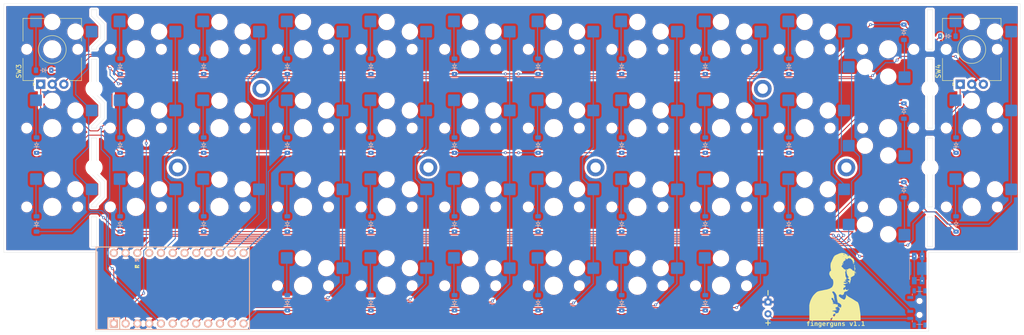
<source format=kicad_pcb>
(kicad_pcb (version 20241229) (generator "pcbnew") (generator_version "9.0")
  (layers (0 "F.Cu" signal) (2 "B.Cu" signal) (13 "F.Paste" user) (15 "B.Paste" user) (5 "F.SilkS" user "F.Silkscreen") (7 "B.SilkS" user "B.Silkscreen") (1 "F.Mask" user) (3 "B.Mask" user) (25 "Edge.Cuts" user))
  (net 0 "")
  (net 1 "Net-(D1-A)")
  (net 2 "row0")
  (net 3 "Net-(D2-A)")
  (net 4 "Net-(D3-A)")
  (net 5 "Net-(D4-A)")
  (net 6 "Net-(D5-A)")
  (net 7 "Net-(D6-A)")
  (net 8 "Net-(D7-A)")
  (net 9 "Net-(D8-A)")
  (net 10 "Net-(D9-A)")
  (net 11 "Net-(D10-A)")
  (net 12 "Net-(D11-A)")
  (net 13 "Net-(D12-A)")
  (net 14 "row1")
  (net 15 "Net-(D13-A)")
  (net 16 "Net-(D14-A)")
  (net 17 "Net-(D15-A)")
  (net 18 "Net-(D16-A)")
  (net 19 "Net-(D17-A)")
  (net 20 "Net-(D18-A)")
  (net 21 "Net-(D19-A)")
  (net 22 "Net-(D20-A)")
  (net 23 "Net-(D21-A)")
  (net 24 "Net-(D22-A)")
  (net 25 "Net-(D23-A)")
  (net 26 "Net-(D24-A)")
  (net 27 "Net-(D25-A)")
  (net 28 "row2")
  (net 29 "Net-(D26-A)")
  (net 30 "Net-(D27-A)")
  (net 31 "Net-(D28-A)")
  (net 32 "Net-(D29-A)")
  (net 33 "Net-(D30-A)")
  (net 34 "Net-(D31-A)")
  (net 35 "Net-(D32-A)")
  (net 36 "Net-(D33-A)")
  (net 37 "Net-(D34-A)")
  (net 38 "Net-(D35-A)")
  (net 39 "Net-(D36-A)")
  (net 40 "Net-(D37-A)")
  (net 41 "row3")
  (net 42 "col0")
  (net 43 "col1")
  (net 44 "col2")
  (net 45 "col3")
  (net 46 "col4")
  (net 47 "col5")
  (net 48 "col6")
  (net 49 "col7")
  (net 50 "col8")
  (net 51 "col9")
  (net 52 "col10")
  (net 53 "col11")
  (net 54 "Net-(BT1-+)")
  (net 55 "RST")
  (net 56 "rotary0")
  (net 57 "rotary1")
  (net 59 "Net-(D38-A)")
  (net 60 "Net-(D39-A)")
  (net 61 "Net-(D40-A)")
  (net 62 "Net-(D41-A)")
  (net 63 "Net-(D42-A)")
  (net 64 "GND")
  (net 66 "RAW")
  (footprint "ScottoKeebs_Hotswap:Hotswap_Choc_V1_1.00u no silkscreen" (layer "F.Cu") (at 108 51)
    (property "Reference" "S4" (hide yes))
    (property "Value" "Keyswitch")
  )
  (footprint "ScottoKeebs_Hotswap:Hotswap_Choc_V1_1.00u no silkscreen" (layer "F.Cu") (at 162 102)
    (property "Reference" "S40" (hide yes))
    (property "Value" "Keyswitch")
  )
  (footprint "ScottoKeebs_Hotswap:Hotswap_Choc_V1_1.00u no silkscreen" (layer "F.Cu") (at 54 51)
    (property "Reference" "S1" (hide yes))
    (property "Value" "Keyswitch")
  )
  (footprint "ScottoKeebs_Hotswap:Hotswap_Choc_V1_1.00u no silkscreen" (layer "F.Cu") (at 162 51)
    (property "Reference" "S7" (hide yes))
    (property "Value" "Keyswitch")
  )
  (footprint "ScottoKeebs_Hotswap:Hotswap_Choc_V1_1.00u no silkscreen" (layer "F.Cu") (at 54 85)
    (property "Reference" "S25" (hide yes))
    (property "Value" "Keyswitch")
  )
  (footprint "MountingHole:MountingHole_2.2mm_M2_DIN965_Pad_TopBottom" (layer "F.Cu") (at 81 76.5)
    (property "Reference" "H1" (hide yes))
    (property "Value" "Mounting_Hole" (hide yes))
  )
  (footprint "ScottoKeebs_Scotto:Battery" (layer "F.Cu") (at 208.125 106.78125 90)
    (property "Reference" "BT1" (hide yes))
    (property "Value" "Battery_Cell" (hide yes))
  )
  (footprint "ScottoKeebs_Hotswap:Hotswap_Choc_V1_1.00u no silkscreen" (layer "F.Cu") (at 108 102)
    (property "Reference" "S37" (hide yes))
    (property "Value" "Keyswitch")
  )
  (footprint "MountingHole:MountingHole_2.2mm_M2_DIN965_Pad_TopBottom" (layer "F.Cu") (at 207 59.5)
    (property "Reference" "H5" (hide yes))
    (property "Value" "Mounting_Hole" (hide yes))
  )
  (footprint "ScottoKeebs_Hotswap:Hotswap_Choc_V1_1.00u no silkscreen" (layer "F.Cu") (at 180 85)
    (property "Reference" "S32" (hide yes))
    (property "Value" "Keyswitch")
  )
  (footprint "ScottoKeebs_Hotswap:Hotswap_Choc_V1_1.00u no silkscreen" (layer "F.Cu") (at 144 68)
    (property "Reference" "S18" (hide yes))
    (property "Value" "Keyswitch")
  )
  (footprint "ScottoKeebs_Hotswap:Hotswap_Choc_V1_1.00u no silkscreen" (layer "F.Cu") (at 108 68)
    (property "Reference" "S16" (hide yes))
    (property "Value" "Keyswitch")
  )
  (footprint "ScottoKeebs_Hotswap:Hotswap_Choc_V1_1.00u no silkscreen" (layer "F.Cu") (at 216 68)
    (property "Reference" "S22" (hide yes))
    (property "Value" "Keyswitch")
  )
  (footprint "ScottoKeebs_Hotswap:Hotswap_Choc_V1_1.00u no silkscreen" (layer "F.Cu") (at 162 85)
    (property "Reference" "S31" (hide yes))
    (property "Value" "Keyswitch")
  )
  (footprint "ScottoKeebs_Hotswap:Hotswap_Choc_V1_1.00u no silkscreen" (layer "F.Cu") (at 252 85)
    (property "Reference" "S36" (hide yes))
    (property "Value" "Keyswitch")
  )
  (footprint "MountingHole:MountingHole_2.2mm_M2_DIN965_Pad_TopBottom" (layer "F.Cu") (at 99 59.5)
    (property "Reference" "H2" (hide yes))
    (property "Value" "Mounting_Hole" (hide yes))
  )
  (footprint "ScottoKeebs_Hotswap:Hotswap_Choc_V1_1.00u no silkscreen" (layer "F.Cu") (at 90 51)
    (property "Reference" "S3" (hide yes))
    (property "Value" "Keyswitch")
  )
  (footprint "MountingHole:MountingHole_2.2mm_M2_DIN965_Pad_TopBottom" (layer "F.Cu") (at 225 76.5)
    (property "Reference" "H6" (hide yes))
    (property "Value" "Mounting_Hole" (hide yes))
  )
  (footprint "Rotary_Encoder:RotaryEncoder_Alps_EC12E_Vertical_H20mm" (layer "F.Cu") (at 249.5 58.55 90)
    (property "Reference" "SW4")
    (property "Value" "RotaryEncoder")
  )
  (footprint "MountingHole:MountingHole_3.2mm_M3" (layer "F.Cu") (at 63 59.5)
    (property "Reference" "H7" (hide yes))
    (property "Value" "Mounting_Hole")
  )
  (footprint "ScottoKeebs_Hotswap:Hotswap_Choc_V1_1.00u no silkscreen" (layer "F.Cu") (at 234 51 180)
    (property "Reference" "S11" (hide yes))
    (property "Value" "Keyswitch")
  )
  (footprint "ScottoKeebs_Hotswap:Hotswap_Choc_V1_1.00u no silkscreen" (layer "F.Cu") (at 72 51)
    (property "Reference" "S2" (hide yes))
    (property "Value" "Keyswitch")
  )
  (footprint "Rotary_Encoder:RotaryEncoder_Alps_EC12E_Vertical_H20mm" (layer "F.Cu") (at 51.5 58.55 90)
    (property "Reference" "SW3")
    (property "Value" "RotaryEncoder")
  )
  (footprint "MountingHole:MountingHole_3.2mm_M3" (layer "F.Cu") (at 63 76.5)
    (property "Reference" "H8" (hide yes))
    (property "Value" "Mounting_Hole")
  )
  (footprint "ScottoKeebs_Hotswap:Hotswap_Choc_V1_1.00u no silkscreen" (layer "F.Cu") (at 180 68)
    (property "Reference" "S20" (hide yes))
    (property "Value" "Keyswitch")
  )
  (footprint "ScottoKeebs_Hotswap:Hotswap_Choc_V1_1.00u no silkscreen" (layer "F.Cu") (at 126 68)
    (property "Reference" "S17" (hide yes))
    (property "Value" "Keyswitch")
  )
  (footprint "ScottoKeebs_Hotswap:Hotswap_Choc_V1_1.00u no silkscreen" (layer "F.Cu") (at 198 51)
    (property "Reference" "S9" (hide yes))
    (property "Value" "Keyswitch")
  )
  (footprint "ScottoKeebs_Hotswap:Hotswap_Choc_V1_1.00u no silkscreen" (layer "F.Cu") (at 216 85)
    (property "Reference" "S34" (hide yes))
    (property "Value" "Keyswitch")
  )
  (footprint "MountingHole:MountingHole_3.2mm_M3" (layer "F.Cu") (at 243 59.5)
    (property "Reference" "H9" (hide yes))
    (property "Value" "Mounting_Hole")
  )
  (footprint "MountingHole:MountingHole_3.2mm_M3" (layer "F.Cu") (at 243 76.5)
    (property "Reference" "H10" (hide yes))
    (property "Value" "Mounting_Hole")
  )
  (footprint "ScottoKeebs_Hotswap:Hotswap_Choc_V1_1.00u no silkscreen" (layer "F.Cu") (at 234 68 180)
    (property "Reference" "S23" (hide yes))
    (property "Value" "Keyswitch")
  )
  (footprint "ScottoKeebs_Hotswap:Hotswap_Choc_V1_1.00u no silkscreen" (layer "F.Cu") (at 198 102)
    (property "Reference" "S42" (hide yes))
    (property "Value" "Keyswitch")
  )
  (footprint "MountingHole:MountingHole_2.2mm_M2_DIN965_Pad_TopBottom" (layer "F.Cu") (at 135 76.5)
    (property "Reference" "H3" (hide yes))
    (property "Value" "Mounting_Hole" (hide yes))
  )
  (footprint "ScottoKeebs_Hotswap:Hotswap_Choc_V1_1.00u no silkscreen" (layer "F.Cu") (at 126 85)
    (property "Reference" "S29" (hide yes))
    (property "Value" "Keyswitch")
  )
  (footprint "ScottoKeebs_Hotswap:Hotswap_Choc_V1_1.00u no silkscreen" (layer "F.Cu") (at 216 51)
    (property "Reference" "S10" (hide yes))
    (property "Value" "Keyswitch")
  )
  (footprint "MountingHole:MountingHole_2.2mm_M2_DIN965_Pad_TopBottom" (layer "F.Cu") (at 171 76.5)
    (property "Reference" "H4" (hide yes))
    (property "Value" "Mounting_Hole" (hide yes))
  )
  (footprint "ScottoKeebs_Hotswap:Hotswap_Choc_V1_1.00u no silkscreen" (layer "F.Cu") (at 252 68)
    (property "Reference" "S24" (hide yes))
    (property "Value" "Keyswitch")
  )
  (footprint "ScottoKeebs_Hotswap:Hotswap_Choc_V1_1.00u no silkscreen" (layer "F.Cu") (at 126 102)
    (property "Reference" "S38" (hide yes))
    (property "Value" "Keyswitch")
  )
  (footprint "ScottoKeebs_Hotswap:Hotswap_Choc_V1_1.00u no silkscreen" (layer "F.Cu") (at 144 85)
    (property "Reference" "S30" (hide yes))
    (property "Value" "Keyswitch")
  )
  (footprint "ScottoKeebs_Hotswap:Hotswap_Choc_V1_1.00u no silkscreen" (layer "F.Cu") (at 252 51)
    (property "Reference" "S12" (hide yes))
    (property "Value" "Keyswitch")
  )
  (footprint "ScottoKeebs_Hotswap:Hotswap_Choc_V1_1.00u no silkscreen" (layer "F.Cu") (at 144 102)
    (property "Reference" "S39" (hide yes))
    (property "Value" "Keyswitch")
  )
  (footprint "ScottoKeebs_Hotswap:Hotswap_Choc_V1_1.00u no silkscreen" (layer "F.Cu") (at 144 51)
    (property "Reference" "S6" (hide yes))
    (property "Value" "Keyswitch")
  )
  (footprint "ScottoKeebs_Hotswap:Hotswap_Choc_V1_1.00u no silkscreen" (layer "F.Cu") (at 108 85)
    (property "Reference" "S28" (hide yes))
    (property "Value" "Keyswitch")
  )
  (footprint "ScottoKeebs_Hotswap:Hotswap_Choc_V1_1.00u no silkscreen" (layer "F.Cu") (at 180 51)
    (property "Reference" "S8" (hide yes))
    (property "Value" "Keyswitch")
  )
  (footprint "ScottoKeebs_Hotswap:Hotswap_Choc_V1_1.00u no silkscreen" (layer "F.Cu") (at 162 68)
    (property "Reference" "S19" (hide yes))
    (property "Value" "Keyswitch")
  )
  (footprint "ScottoKeebs_Hotswap:Hotswap_Choc_V1_1.00u no silkscreen" (layer "F.Cu") (at 180 102)
    (property "Reference" "S41" (hide yes))
    (property "Value" "Keyswitch")
  )
  (footprint "SilkscreenImages:kicad_finger_guns" (layer "F.Cu") (at 223.875 102)
    (property "Reference" "G***" (hide yes))
    (property "Value" "LOGO" (hide yes))
  )
  (footprint "ScottoKeebs_MCU:Arduino_Pro_Micro" (layer "F.Cu") (at 81.22313 102.53125 90)
    (property "Reference" "U1" (hide yes))
    (property "Value" "Arduino_Pro_Micro" (hide yes))
  )
  (footprint "ScottoKeebs_Hotswap:Hotswap_Choc_V1_1.00u no silkscreen" (layer "F.Cu") (at 198 85)
    (property "Reference" "S33" (hide yes))
    (property "Value" "Keyswitch")
  )
  (footprint "ScottoKeebs_Hotswap:Hotswap_Choc_V1_1.00u no silkscreen" (layer "F.Cu") (at 126 51)
    (property "Reference" "S5" (hide yes))
    (property "Value" "Keyswitch")
  )
  (footprint "ScottoKeebs_Hotswap:Hotswap_Choc_V1_1.00u no silkscreen" (layer "F.Cu") (at 90 68)
    (property "Reference" "S15" (hide yes))
    (property "Value" "Keyswitch")
  )
  (footprint "ScottoKeebs_Hotswap:Hotswap_Choc_V1_1.00u no silkscreen" (layer "F.Cu") (at 72 68)
    (property "Reference" "S14" (hide yes))
    (property "Value" "Keyswitch")
  )
  (footprint "ScottoKeebs_Hotswap:Hotswap_Choc_V1_1.00u no silkscreen" (layer "F.Cu") (at 90 85)
    (property "Reference" "S27" (hide yes))
    (property "Value" "Keyswitch")
  )
  (footprint "ScottoKeebs_Hotswap:Hotswap_Choc_V1_1.00u no silkscreen" (layer "F.Cu") (at 72 85)
    (property "Reference" "S26" (hide yes))
    (property "Value" "Keyswitch")
  )
  (footprint "ScottoKeebs_Hotswap:Hotswap_Choc_V1_1.00u no silkscreen" (layer "F.Cu") (at 54 68)
    (property "Reference" "S13" (hide yes))
    (property "Value" "Keyswitch")
  )
  (footprint "ScottoKeebs_Hotswap:Hotswap_Choc_V1_1.00u no silkscreen" (layer "F.Cu") (at 234 85 180)
    (property "Reference" "S35" (hide yes))
    (property "Value" "Keyswitch")
  )
  (footprint "ScottoKeebs_Hotswap:Hotswap_Choc_V1_1.00u no silkscreen" (layer "F.Cu") (at 198 68)
    (property "Reference" "S21" (hide yes))
    (property "Value" "Keyswitch")
  )
  (footprint "ScottoKeebs_Components:Diode_SOD-123" (layer "B.Cu") (at 140.618187 71.672314 90)
    (property "Reference" "D18" (hide yes))
    (property "Value" "Diode" (hide yes))
  )
  (footprint "ScottoKeebs_Components:Diode_SOD-123" (layer "B.Cu") (at 212.618187 88.672314 90)
    (property "Reference" "D34" (hide yes))
    (property "Value" "Diode" (hide yes))
  )
  (footprint "ScottoKeebs_Components:Diode_SOD-123" (layer "B.Cu") (at 212.618187 71.672314 90)
    (property "Reference" "D22" (hide yes))
    (property "Value" "Diode" (hide yes))
  )
  (footprint "ScottoKeebs_Components:Diode_SOD-123" (layer "B.Cu") (at 237.381813 64.327686 -90)
    (property "Reference" "D23" (hide yes))
    (property "Value" "Diode" (hide yes))
  )
  (footprint "ScottoKeebs_Components:Diode_SOD-123" (layer "B.Cu") (at 158.618187 71.672314 90)
    (property "Reference" "D19" (hide yes))
    (property "Value" "Diode" (hide yes))
  )
  (footprint "ScottoKeebs_Components:Diode_SOD-123" (layer "B.Cu") (at 158.618187 54.672314 90)
    (property "Reference" "D7" (hide yes))
    (property "Value" "Diode" (hide yes))
  )
  (footprint "ScottoKeebs_Components:Diode_SOD-123" (layer "B.Cu") (at 176.618187 105.672314 90)
    (property "Reference" "D41" (hide yes))
    (property "Value" "Diode" (hide yes))
  )
  (footprint "ScottoKeebs_Components:Diode_SOD-123" (layer "B.Cu") (at 50.618187 88.672314 90)
    (property "Reference" "D25" (hide yes))
    (property "Value" "Diode" (hide yes))
  )
  (footprint "ScottoKeebs_Components:Diode_SOD-123" (layer "B.Cu") (at 104.618187 54.672314 90)
    (property "Reference" "D4" (hide yes))
    (property "Value" "Diode" (hide yes))
  )
  (footprint "ScottoKeebs_Components:Diode_SOD-123" (layer "B.Cu") (at 194.618187 105.672314 90)
    (property "Reference" "D42" (hide yes))
    (property "Value" "Diode" (hide yes))
  )
  (footprint "ScottoKeebs_Components:Diode_SOD-123" (layer "B.Cu") (at 68.618187 88.672314 90)
    (property "Reference" "D26" (hide yes))
    (property "Value" "Diode" (hide yes))
  )
  (footprint "ScottoKeebs_Components:Diode_SOD-123" (layer "B.Cu") (at 104.618187 88.672314 90)
    (property "Reference" "D28" (hide yes))
    (property "Value" "Diode" (hide yes))
  )
  (footprint "ScottoKeebs_Components:Diode_SOD-123" (layer "B.Cu") (at 176.618187 88.672314 90)
    (property "Reference" "D32" (hide yes))
    (property "Value" "Diode" (hide yes))
  )
  (footprint "ScottoKeebs_Components:Diode_SOD-123" (layer "B.Cu") (at 237.381813 81.327686 -90)
    (property "Reference" "D35" (hide yes))
    (property "Value" "Diode" (hide yes))
  )
  (footprint "ScottoKeebs_Components:Diode_SOD-123" (layer "B.Cu") (at 122.618187 88.672314 90)
    (property "Reference" "D29" (hide yes))
    (property "Value" "Diode" (hide yes))
  )
  (footprint "ScottoKeebs_Components:Diode_SOD-123" (layer "B.Cu") (at 246.86 48.17)
    (property "Reference" "D12" (hide yes))
    (property "Value" "Diode" (hide yes))
  )
  (footprint "ScottoKeebs_Components:Diode_SOD-123" (layer "B.Cu") (at 140.618187 88.672314 90)
    (property "Reference" "D30" (hide yes))
    (property "Value" "Diode" (hide yes))
  )
  (footprint "ScottoKeebs_Components:Diode_SOD-123" (layer "B.Cu") (at 122.618187 105.672314 90)
    (property "Reference" "D38" (hide yes))
    (property "Value" "Diode" (hide yes))
  )
  (footprint "ScottoKeebs_Components:Diode_SOD-123" (layer "B.Cu") (at 104.618187 105.672314 90)
    (property "Reference" "D37" (hide yes))
    (property "Value" "Diode" (hide yes))
  )
  (footprint "ScottoKeebs_Components:Diode_SOD-123" (layer "B.Cu") (at 86.618187 71.672314 90)
    (property "Reference" "D15" (hide yes))
    (property "Value" "Diode" (hide yes))
  )
  (footprint "ScottoKeebs_Components:Diode_SOD-123" (layer "B.Cu") (at 158.618187 88.672314 90)
    (property "Reference" "D31" (hide yes))
    (property "Value" "Diode" (hide yes))
  )
  (footprint "ScottoKeebs_Components:Diode_SOD-123" (layer "B.Cu") (at 158.618187 105.672314 90)
    (property "Reference" "D40" (hide yes))
    (property "Value" "Diode" (hide yes))
  )
  (footprint "ScottoKeebs_Components:Diode_SOD-123" (layer "B.Cu") (at 122.618187 54.672314 90)
    (property "Reference" "D5" (hide yes))
    (property "Value" "Diode" (hide yes))
  )
  (footprint "ScottoKeebs_Components:Diode_SOD-123" (layer "B.Cu") (at 86.618187 54.672314 90)
    (property "Reference" "D3" (hide yes))
    (property "Value" "Diode" (hide yes))
  )
  (footprint "ScottoKeebs_Components:Diode_SOD-123" (layer "B.Cu") (at 194.618187 88.672314 90)
    (property "Reference" "D33" (hide yes))
    (property "Value" "Diode" (hide yes))
  )
  (footprint "ScottoKeebs_Components:Diode_SOD-123" (layer "B.Cu") (at 68.618187 71.672314 90)
    (property "Reference" "D14" (hide yes))
    (property "Value" "Diode" (hide yes))
  )
  (footprint "ScottoKeebs_Components:Diode_SOD-123" (layer "B.Cu") (at 248.618187 88.672314 90)
    (property "Reference" "D36" (hide yes))
    (property "Value" "Diode" (hide yes))
  )
  (footprint "ScottoKeebs_Components:Diode_SOD-123" (layer "B.Cu") (at 104.618187 71.672314 90)
    (property "Reference" "D16" (hide yes))
    (property "Value" "Diode" (hide yes))
  )
  (footprint "ScottoKeebs_Components:Diode_SOD-123" (layer "B.Cu") (at 194.618187 71.672314 90)
    (property "Reference" "D21" (hide yes))
    (property "Value" "Diode" (hide yes))
  )
  (footprint "ScottoKeebs_Components:Diode_SOD-123" (layer "B.Cu") (at 68.618187 54.672314 90)
    (property "Reference" "D2" (hide yes))
    (property "Value" "Diode" (hide yes))
  )
  (footprint "ScottoKeebs_Components:Diode_SOD-123" (layer "B.Cu") (at 52.15 55.52 180)
    (property "Reference" "D1" (hide yes))
    (property "Value" "Diode" (hide yes))
  )
  (footprint "ScottoKeebs_Components:Diode_SOD-123" (layer "B.Cu") (at 122.618187 71.672314 90)
    (property "Reference" "D17" (hide yes))
    (property "Value" "Diode" (hide yes))
  )
  (footprint "ScottoKeebs_Components:Switch_MSK12C02" (layer "B.Cu") (at 240.75 106.78125 90)
    (property "Reference" "SW1" (hide yes))
    (property "Value" "SW_SPDT" (hide yes))
  )
  (footprint "ScottoKeebs_Components:Diode_SOD-123" (layer "B.Cu") (at 50.618187 71.672314 90)
    (property "Reference" "D13" (hide yes))
    (property "Value" "Diode" (hide yes))
  )
  (footprint "ScottoKeebs_Components:Diode_SOD-123" (layer "B.Cu") (at 194.618187 54.672314 90)
    (property "Reference" "D9" (hide yes))
    (property "Value" "Diode" (hide yes))
  )
  (footprint "ScottoKeebs_Components:Diode_SOD-123" (layer "B.Cu") (at 237.381813 47.327686 -90)
    (property "Reference" "D11" (hide yes))
    (property "Value" "Diode" (hide yes))
  )
  (footprint "ScottoKeebs_Components:Diode_SOD-123" (layer "B.Cu") (at 86.618187 88.672314 90)
    (property "Reference" "D27" (hide yes))
    (property "Value" "Diode" (hide yes))
  )
  (footprint "Button_Switch_SMD:Panasonic_EVQPUJ_EVQPUA" (layer "B.Cu") (at 240.46875 98.28125 90)
    (property "Reference" "SW2" (hide yes))
    (property "Value" "Switch" (hide yes))
  )
  (footprint "ScottoKeebs_Components:Diode_SOD-123" (layer "B.Cu") (at 140.618187 105.672314 90)
    (property "Reference" "D39" (hide yes))
    (property "Value" "Diode" (hide yes))
  )
  (footprint "ScottoKeebs_Components:Diode_SOD-123" (layer "B.Cu") (at 140.618187 54.672314 90)
    (property "Reference" "D6" (hide yes))
    (property "Value" "Diode" (hide yes))
  )
  (footprint "ScottoKeebs_Components:Diode_SOD-123" (layer "B.Cu") (at 212.618187 54.672314 90)
    (property "Reference" "D10" (hide yes))
    (property "Value" "Diode" (hide yes))
  )
  (footprint "ScottoKeebs_Components:Diode_SOD-123" (layer "B.Cu") (at 176.618187 71.672314 90)
    (property "Reference" "D20" (hide yes))
    (property "Value" "Diode" (hide yes))
  )
  (footprint "ScottoKeebs_Components:Diode_SOD-123" (layer "B.Cu") (at 176.618187 54.672314 90)
    (property "Reference" "D8" (hide yes))
    (property "Value" "Diode" (hide yes))
  )
  (footprint "ScottoKeebs_Components:Diode_SOD-123" (layer "B.Cu") (at 248.618187 71.672314 90)
    (property "Reference" "D24" (hide yes))
    (property "Value" "Diode" (hide yes))
  )
  (gr_line (start 63.5625 70.125) (end 63.5625 75.96875) (stroke (width 0.05)) (layer "Edge.Cuts"))
  (gr_line (start 243.5625 77.828125) (end 243.5625 85) (stroke (width 0.05)) (layer "Edge.Cuts"))
  (gr_line (start 242.4375 77.828125) (end 242.4375 85) (stroke (width 0.05)) (layer "Edge.Cuts"))
  (gr_line (start 43.59375 41.171875) (end 43.59375 94.828125) (stroke (width 0.05)) (layer "Edge.Cuts"))
  (gr_line (start 243.5625 93.5) (end 243.5625 87.125) (stroke (width 0.05)) (layer "Edge.Cuts"))
  (gr_line (start 63.5625 68) (end 62.4375 68) (stroke (width 0.05)) (layer "Edge.Cuts"))
  (gr_line (start 62.4375 53.125) (end 63.5625 53.125) (stroke (width 0.05)) (layer "Edge.Cuts"))
  (gr_line (start 63.5625 93.5) (end 62.4375 93.5) (stroke (width 0.05)) (layer "Edge.Cuts"))
  (gr_line (start 243.5625 87.125) (end 242.4375 87.125) (stroke (width 0.05)) (layer "Edge.Cuts"))
  (gr_line (start 242.4375 60.828125) (end 242.4375 58.96875) (stroke (width 0.05)) (layer "Edge.Cuts"))
  (gr_line (start 63.5625 60.828125) (end 65.25 62.515625) (stroke (width 0.05)) (layer "Edge.Cuts"))
  (gr_line (start 63.5625 43.828125) (end 63.5625 42.5) (stroke (width 0.05)) (layer "Edge.Cuts"))
  (gr_line (start 62.4375 85) (end 62.4375 84.578125) (stroke (width 0.05)) (layer "Edge.Cuts"))
  (gr_line (start 63.5625 43.828125) (end 65.25 45.515625) (stroke (width 0.05)) (layer "Edge.Cuts"))
  (gr_line (start 62.4375 60.828125) (end 64.40625 62.796875) (stroke (width 0.05)) (layer "Edge.Cuts"))
  (gr_line (start 62.4375 51) (end 62.4375 50.578125) (stroke (width 0.05)) (layer "Edge.Cuts"))
  (gr_line (start 64.40625 65.609375) (end 62.4375 67.578125) (stroke (width 0.05)) (layer "Edge.Cuts"))
  (gr_line (start 243.5625 53.125) (end 243.5625 58.96875) (stroke (width 0.05)) (layer "Edge.Cuts"))
  (gr_line (start 63.5625 77.828125) (end 65.25 79.515625) (stroke (width 0.05)) (layer "Edge.Cuts"))
  (gr_line (start 64.40625 82.609375) (end 62.4375 84.578125) (stroke (width 0.05)) (layer "Edge.Cuts"))
  (gr_line (start 62.4375 70.125) (end 63.5625 70.125) (stroke (width 0.05)) (layer "Edge.Cuts"))
  (gr_line (start 262.40625 41.171875) (end 43.59375 41.171875) (stroke (width 0.05)) (layer "Edge.Cuts"))
  (gr_line (start 63.5625 51) (end 62.4375 51) (stroke (width 0.05)) (layer "Edge.Cuts"))
  (gr_line (start 63.5625 77.828125) (end 63.5625 75.96875) (stroke (width 0.05)) (layer "Edge.Cuts"))
  (gr_line (start 243.5625 42.5) (end 242.4375 42.5) (stroke (width 0.05)) (layer "Edge.Cuts"))
  (gr_line (start 64.40625 45.796875) (end 64.40625 48.609375) (stroke (width 0.05)) (layer "Edge.Cuts"))
  (gr_line (start 242.4375 70.125) (end 243.5625 70.125) (stroke (width 0.05)) (layer "Edge.Cuts"))
  (gr_line (start 63.5625 53.125) (end 63.5625 58.96875) (stroke (width 0.05)) (layer "Edge.Cuts"))
  (gr_line (start 62.4375 58.96875) (end 62.4375 53.125) (stroke (width 0.05)) (layer "Edge.Cuts"))
  (gr_line (start 63.5625 60.828125) (end 63.5625 58.96875) (stroke (width 0.05)) (layer "Edge.Cuts"))
  (gr_line (start 63.5625 87.125) (end 62.4375 87.125) (stroke (width 0.05)) (layer "Edge.Cuts"))
  (gr_line (start 64.40625 48.609375) (end 62.4375 50.578125) (stroke (width 0.05)) (layer "Edge.Cuts"))
  (gr_line (start 63.5625 93.5) (end 63.5625 87.125) (stroke (width 0.05)) (layer "Edge.Cuts"))
  (gr_line (start 62.4375 87.125) (end 62.4375 93.5) (stroke (width 0.05)) (layer "Edge.Cuts"))
  (gr_line (start 243.5625 60.828125) (end 243.5625 68) (stroke (width 0.05)) (layer "Edge.Cuts"))
  (gr_line (start 243.5625 70.125) (end 243.5625 75.96875) (stroke (width 0.05)) (layer "Edge.Cuts"))
  (gr_line (start 242.4375 53.125) (end 243.5625 53.125) (stroke (width 0.05)) (layer "Edge.Cuts"))
  (gr_line (start 262.40625 94.828125) (end 262.40625 41.171875) (stroke (width 0.05)) (layer "Edge.Cuts"))
  (gr_line (start 62.4375 77.828125) (end 64.40625 79.796875) (stroke (width 0.05)) (layer "Edge.Cuts"))
  (gr_line (start 63.5625 50.5625) (end 65.25 48.875) (stroke (width 0.05)) (layer "Edge.Cuts"))
  (gr_line (start 63.28125 94.828125) (end 63.28125 111.828125) (stroke (width 0.05)) (layer "Edge.Cuts"))
  (gr_line (start 65.25 62.515625) (end 65.25 65.875) (stroke (width 0.05)) (layer "Edge.Cuts"))
  (gr_line (start 262.40625 94.828125) (end 242.71875 94.828125) (stroke (width 0.05)) (layer "Edge.Cuts"))
  (gr_line (start 65.25 45.515625) (end 65.25 48.875) (stroke (width 0.05)) (layer "Edge.Cuts"))
  (gr_line (start 62.4375 75.96875) (end 62.4375 70.125) (stroke (width 0.05)) (layer "Edge.Cuts"))
  (gr_line (start 242.4375 68) (end 242.4375 60.828125) (stroke (width 0.05)) (layer "Edge.Cuts"))
  (gr_line (start 242.71875 94.828125) (end 242.71875 111.828125) (stroke (width 0.05)) (layer "Edge.Cuts"))
  (gr_line (start 243.5625 51) (end 242.4375 51) (stroke (width 0.05)) (layer "Edge.Cuts"))
  (gr_line (start 62.4375 42.5) (end 63.5625 42.5) (stroke (width 0.05)) (layer "Edge.Cuts"))
  (gr_line (start 242.4375 77.828125) (end 242.4375 75.96875) (stroke (width 0.05)) (layer "Edge.Cuts"))
  (gr_line (start 243.5625 60.828125) (end 243.5625 58.96875) (stroke (width 0.05)) (layer "Edge.Cuts"))
  (gr_line (start 65.25 79.515625) (end 65.25 82.875) (stroke (width 0.05)) (layer "Edge.Cuts"))
  (gr_line (start 63.5625 67.5625) (end 65.25 65.875) (stroke (width 0.05)) (layer "Edge.Cuts"))
  (gr_line (start 243.5625 51) (end 243.5625 42.5) (stroke (width 0.05)) (layer "Edge.Cuts"))
  (gr_line (start 62.4375 60.828125) (end 62.4375 58.96875) (stroke (width 0.05)) (layer "Edge.Cuts"))
  (gr_line (start 243.5625 93.5) (end 242.4375 93.5) (stroke (width 0.05)) (layer "Edge.Cuts"))
  (gr_line (start 63.5625 50.5625) (end 63.5625 51) (stroke (width 0.05)) (layer "Edge.Cuts"))
  (gr_line (start 62.4375 77.828125) (end 62.4375 75.96875) (stroke (width 0.05)) (layer "Edge.Cuts"))
  (gr_line (start 63.28125 111.828125) (end 242.71875 111.828125) (stroke (width 0.05)) (layer "Edge.Cuts"))
  (gr_line (start 242.4375 58.96875) (end 242.4375 53.125) (stroke (width 0.05)) (layer "Edge.Cuts"))
  (gr_line (start 63.5625 85) (end 62.4375 85) (stroke (width 0.05)) (layer "Edge.Cuts"))
  (gr_line (start 62.4375 68) (end 62.4375 67.578125) (stroke (width 0.05)) (layer "Edge.Cuts"))
  (gr_line (start 242.4375 51) (end 242.4375 42.5) (stroke (width 0.05)) (layer "Edge.Cuts"))
  (gr_line (start 243.5625 68) (end 242.4375 68) (stroke (width 0.05)) (layer "Edge.Cuts"))
  (gr_line (start 243.5625 77.828125) (end 243.5625 75.96875) (stroke (width 0.05)) (layer "Edge.Cuts"))
  (gr_line (start 43.59375 94.828125) (end 63.28125 94.828125) (stroke (width 0.05)) (layer "Edge.Cuts"))
  (gr_line (start 63.5625 84.5625) (end 65.25 82.875) (stroke (width 0.05)) (layer "Edge.Cuts"))
  (gr_line (start 63.5625 67.5625) (end 63.5625 68) (stroke (width 0.05)) (layer "Edge.Cuts"))
  (gr_line (start 64.40625 79.796875) (end 64.40625 82.609375) (stroke (width 0.05)) (layer "Edge.Cuts"))
  (gr_line (start 62.4375 43.828125) (end 64.40625 45.796875) (stroke (width 0.05)) (layer "Edge.Cuts"))
  (gr_line (start 242.4375 87.125) (end 242.4375 93.5) (stroke (width 0.05)) (layer "Edge.Cuts"))
  (gr_line (start 63.5625 84.5625) (end 63.5625 85) (stroke (width 0.05)) (layer "Edge.Cuts"))
  (gr_line (start 242.4375 75.96875) (end 242.4375 70.125) (stroke (width 0.05)) (layer "Edge.Cuts"))
  (gr_line (start 62.4375 43.828125) (end 62.4375 42.5) (stroke (width 0.05)) (layer "Edge.Cuts"))
  (gr_line (start 243.5625 85) (end 242.4375 85) (stroke (width 0.05)) (layer "Edge.Cuts"))
  (gr_line (start 64.40625 62.796875) (end 64.40625 65.609375) (stroke (width 0.05)) (layer "Edge.Cuts"))
  (gr_text "fingerguns v1.1" (at 216.37 110.84 0) (layer "F.SilkS") (effects (font (size 1 1) (thickness 0.2) (bold yes)) (justify left bottom)))
  (segment (start 50.5 45) (end 50.5 55.52) (width 0.2) (layer "B.Cu") (net 1))
  (segment (start 219.5625 56.3125) (end 230.197314 45.677686) (width 0.2) (layer "F.Cu") (net 2))
  (segment (start 154.40625 56.3125) (end 151.59375 56.3125) (width 0.2) (layer "F.Cu") (net 2))
  (segment (start 58.11 55.52) (end 53.8 55.52) (width 0.2) (layer "F.Cu") (net 2))
  (segment (start 61.507 52.123) (end 58.11 55.52) (width 0.2) (layer "F.Cu") (net 2))
  (segment (start 241.296875 50.921875) (end 242.4375 52.0625) (width 0.2) (layer "F.Cu") (net 2))
  (segment (start 64.4355 52.123) (end 61.507 52.123) (width 0.2) (layer "F.Cu") (net 2))
  (segment (start 68.625 56.3125) (end 68.625 56.28125) (width 0.2) (layer "F.Cu") (net 2))
  (segment (start 241.3125 49.608373) (end 241.3125 49.671875) (width 0.2) (layer "F.Cu") (net 2))
  (segment (start 244.5 50.912442) (end 244.5 48.88) (width 0.2) (layer "F.Cu") (net 2))
  (segment (start 140.625 56.3125) (end 104.625 56.3125) (width 0.2) (layer "F.Cu") (net 2))
  (segment (start 158.625 56.3125) (end 176.625 56.3125) (width 0.2) (layer "F.Cu") (net 2))
  (segment (start 68.625 56.3125) (end 64.4355 52.123) (width 0.2) (layer "F.Cu") (net 2))
  (segment (start 176.625 56.3125) (end 212.625 56.3125) (width 0.2) (layer "F.Cu") (net 2))
  (segment (start 243.349942 52.0625) (end 244.5 50.912442) (width 0.2) (layer "F.Cu") (net 2))
  (segment (start 241.296875 49.6875) (end 241.296875 50.921875) (width 0.2) (layer "F.Cu") (net 2))
  (segment (start 242.4375 52.0625) (end 243.349942 52.0625) (width 0.2) (layer "F.Cu") (net 2))
  (segment (start 237.381813 45.677686) (end 241.3125 49.608373) (width 0.2) (layer "F.Cu") (net 2))
  (segment (start 241.3125 49.671875) (end 241.296875 49.6875) (width 0.2) (layer "F.Cu") (net 2))
  (segment (start 212.625 56.3125) (end 219.5625 56.3125) (width 0.2) (layer "F.Cu") (net 2))
  (segment (start 244.5 48.88) (end 245.21 48.17) (width 0.2) (layer "F.Cu") (net 2))
  (segment (start 104.625 56.3125) (end 68.625 56.3125) (width 0.2) (layer "F.Cu") (net 2))
  (via (at 154.40625 56.3125) (size 0.6) (drill 0.3) (layers "F.Cu" "B.Cu") (net 2))
  (via (at 245.21 48.17) (size 0.6) (drill 0.3) (layers "F.Cu" "B.Cu") (net 2))
  (via (at 158.625 56.3125) (size 0.6) (drill 0.3) (layers "F.Cu" "B.Cu") (net 2))
  (via (at 230.197314 45.677686) (size 0.6) (drill 0.3) (layers "F.Cu" "B.Cu") (net 2))
  (via (at 53.8 55.52) (size 0.6) (drill 0.3) (layers "F.Cu" "B.Cu") (net 2))
  (via (at 104.625 56.3125) (size 0.6) (drill 0.3) (layers "F.Cu" "B.Cu") (net 2))
  (via (at 122.625 56.3125) (size 0.6) (drill 0.3) (layers "F.Cu" "B.Cu") (net 2))
  (via (at 237.381813 45.677686) (size 0.6) (drill 0.3) (layers "F.Cu" "B.Cu") (net 2))
  (via (at 140.625 56.3125) (size 0.6) (drill 0.3) (layers "F.Cu" "B.Cu") (net 2))
  (via (at 194.625 56.3125) (size 0.6) (drill 0.3) (layers "F.Cu" "B.Cu") (net 2))
  (via (at 176.625 56.3125) (size 0.6) (drill 0.3) (layers "F.Cu" "B.Cu") (net 2))
  (via (at 86.625 56.3125) (size 0.6) (drill 0.3) (layers "F.Cu" "B.Cu") (net 2))
  (via (at 212.625 56.3125) (size 0.6) (drill 0.3) (layers "F.Cu" "B.Cu") (net 2))
  (via (at 151.59375 56.3125) (size 0.6) (drill 0.3) (layers "F.Cu" "B.Cu") (net 2))
  (via (at 68.625 56.3125) (size 0.6) (drill 0.3) (layers "F.Cu" "B.Cu") (net 2))
  (segment (start 212.618187 56.319313) (end 212.625 56.3125) (width 0.2) (layer "B.Cu") (net 2))
  (segment (start 212.618187 56.322314) (end 212.618187 56.319313) (width 0.2) (layer "B.Cu") (net 2))
  (segment (start 104.618187 56.322314) (end 104.618187 57.944313) (width 0.2) (layer "B.Cu") (net 2))
  (segment (start 100.125 87.43938) (end 92.65313 94.91125) (width 0.2) (layer "B.Cu") (net 2))
  (segment (start 100.125 62.4375) (end 100.125 87.43938) (width 0.2) (layer "B.Cu") (net 2))
  (segment (start 154.416064 56.322314) (end 154.40625 56.3125) (width 0.2) (layer "B.Cu") (net 2))
  (segment (start 230.197314 45.677686) (end 237.381813 45.677686) (width 0.2) (layer "B.Cu") (net 2))
  (segment (start 151.59375 56.3125) (end 151.583936 56.322314) (width 0.2) (layer "B.Cu") (net 2))
  (segment (start 104.618187 57.944313) (end 100.125 62.4375) (width 0.2) (layer "B.Cu") (net 2))
  (segment (start 158.618187 56.322314) (end 154.416064 56.322314) (width 0.2) (layer "B.Cu") (net 2))
  (segment (start 151.583936 56.322314) (end 140.618187 56.322314) (width 0.2) (layer "B.Cu") (net 2))
  (segment (start 68.5 52.904127) (end 68.618187 53.022314) (width 0.2) (layer "B.Cu") (net 3))
  (segment (start 68.5 45) (end 68.5 52.904127) (width 0.2) (layer "B.Cu") (net 3))
  (segment (start 86.5 45) (end 86.5 52.904127) (width 0.2) (layer "B.Cu") (net 4))
  (segment (start 86.5 52.904127) (end 86.618187 53.022314) (width 0.2) (layer "B.Cu") (net 4))
  (segment (start 104.5 52.904127) (end 104.618187 53.022314) (width 0.2) (layer "B.Cu") (net 5))
  (segment (start 104.5 45) (end 104.5 52.904127) (width 0.2) (layer "B.Cu") (net 5))
  (segment (start 122.5 45) (end 122.5 52.904127) (width 0.2) (layer "B.Cu") (net 6))
  (segment (start 122.5 52.904127) (end 122.618187 53.022314) (width 0.2) (layer "B.Cu") (net 6))
  (segment (start 140.5 52.904127) (end 140.618187 53.022314) (width 0.2) (layer "B.Cu") (net 7))
  (segment (start 140.5 45) (end 140.5 52.904127) (width 0.2) (layer "B.Cu") (net 7))
  (segment (start 158.5 45) (end 158.5 52.904127) (width 0.2) (layer "B.Cu") (net 8))
  (segment (start 158.5 52.904127) (end 158.618187 53.022314) (width 0.2) (layer "B.Cu") (net 8))
  (segment (start 176.5 45) (end 176.5 52.904127) (width 0.2) (layer "B.Cu") (net 9))
  (segment (start 176.5 52.904127) (end 176.618187 53.022314) (width 0.2) (layer "B.Cu") (net 9))
  (segment (start 194.5 52.904127) (end 194.618187 53.022314) (width 0.2) (layer "B.Cu") (net 10))
  (segment (start 194.5 45) (end 194.5 52.904127) (width 0.2) (layer "B.Cu") (net 10))
  (segment (start 212.5 45) (end 212.5 52.904127) (width 0.2) (layer "B.Cu") (net 11))
  (segment (start 212.5 52.904127) (end 212.618187 53.022314) (width 0.2) (layer "B.Cu") (net 11))
  (segment (start 237.5 49.095873) (end 237.381813 48.977686) (width 0.2) (layer "B.Cu") (net 12))
  (segment (start 237.5 57) (end 237.5 49.095873) (width 0.2) (layer "B.Cu") (net 12))
  (segment (start 248.5 45) (end 248.5 48.16) (width 0.2) (layer "B.Cu") (net 13))
  (segment (start 248.5 48.16) (end 248.51 48.17) (width 0.2) (layer "B.Cu") (net 13))
  (segment (start 241.18 69.05) (end 241.18 66.475873) (width 0.2) (layer "F.Cu") (net 14))
  (segment (start 244.8365 69.524) (end 241.654 69.524) (width 0.2) (layer "F.Cu") (net 14))
  (segment (start 176.625 73.3125) (end 194.625 73.3125) (width 0.2) (layer "F.Cu") (net 14))
  (segment (start 68.625 73.28125) (end 68.625 73.3125) (width 0.2) (layer "F.Cu") (net 14))
  (segment (start 241.18 66.475873) (end 237.381813 62.677686) (width 0.2) (layer "F.Cu") (net 14))
  (segment (start 61.736 69.524) (end 64.8365 69.524) (width 0.2) (layer "F.Cu") (net 14))
  (segment (start 64.8365 69.524) (end 68.625 73.3125) (width 0.2) (layer "F.Cu") (net 14))
  (segment (start 158.625 73.3125) (end 176.625 73.3125) (width 0.2) (layer "F.Cu") (net 14))
  (segment (start 50.625 73.3125) (end 57.9475 73.3125) (width 0.2) (layer "F.Cu") (net 14))
  (segment (start 230.197314 62.677686) (end 237.381813 62.677686) (width 0.2) (layer "F.Cu") (net 14))
  (segment (start 151.59375 73.3125) (end 154.40625 73.3125) (width 0.2) (layer "F.Cu") (net 14))
  (segment (start 68.625 73.3125) (end 86.625 73.3125) (width 0.2) (layer "F.Cu") (net 14))
  (segment (start 57.9475 73.3125) (end 61.736 69.524) (width 0.2) (layer "F.Cu") (net 14))
  (segment (start 241.654 69.524) (end 241.18 69.05) (width 0.2) (layer "F.Cu") (net 14))
  (segment (start 219.5625 73.3125) (end 230.197314 62.677686) (width 0.2) (layer "F.Cu") (net 14))
  (segment (start 194.625 73.3125) (end 212.625 73.3125) (width 0.2) (layer "F.Cu") (net 14))
  (segment (start 122.625 73.3125) (end 140.625 73.3125) (width 0.2) (layer "F.Cu") (net 14))
  (segment (start 248.625 73.3125) (end 244.8365 69.524) (width 0.2) (layer "F.Cu") (net 14))
  (segment (start 104.625 73.3125) (end 122.625 73.3125) (width 0.2) (layer "F.Cu") (net 14))
  (segment (start 212.625 73.3125) (end 219.5625 73.3125) (width 0.2) (layer "F.Cu") (net 14))
  (segment (start 86.625 73.3125) (end 104.625 73.3125) (width 0.2) (layer "F.Cu") (net 14))
  (via (at 151.59375 73.3125) (size 0.6) (drill 0.3) (layers "F.Cu" "B.Cu") (net 14))
  (via (at 248.625 73.3125) (size 0.6) (drill 0.3) (layers "F.Cu" "B.Cu") (net 14))
  (via (at 122.625 73.3125) (size 0.6) (drill 0.3) (layers "F.Cu" "B.Cu") (net 14))
  (via (at 140.625 73.3125) (size 0.6) (drill 0.3) (layers "F.Cu" "B.Cu") (net 14))
  (via (at 212.625 73.3125) (size 0.6) (drill 0.3) (layers "F.Cu" "B.Cu") (net 14))
  (via (at 68.625 73.3125) (size 0.6) (drill 0.3) (layers "F.Cu" "B.Cu") (net 14))
  (via (at 237.381813 62.677686) (size 0.6) (drill 0.3) (layers "F.Cu" "B.Cu") (net 14))
  (via (at 86.625 73.3125) (size 0.6) (drill 0.3) (layers "F.Cu" "B.Cu") (net 14))
  (via (at 158.625 73.3125) (size 0.6) (drill 0.3) (layers "F.Cu" "B.Cu") (net 14))
  (via (at 104.625 73.3125) (size 0.6) (drill 0.3) (layers "F.Cu" "B.Cu") (net 14))
  (via (at 154.40625 73.3125) (size 0.6) (drill 0.3) (layers "F.Cu" "B.Cu") (net 14))
  (via (at 194.625 73.3125) (size 0.6) (drill 0.3) (layers "F.Cu" "B.Cu") (net 14))
  (via (at 50.625 73.3125) (size 0.6) (drill 0.3) (layers "F.Cu" "B.Cu") (net 14))
  (via (at 176.625 73.3125) (size 0.6) (drill 0.3) (layers "F.Cu" "B.Cu") (net 14))
  (segment (start 154.40625 73.3125) (end 158.625 73.3125) (width 0.2) (layer "B.Cu") (net 14))
  (segment (start 140.625 73.3125) (end 151.59375 73.3125) (width 0.2) (layer "B.Cu") (net 14))
  (segment (start 100.525 89.57938) (end 95.19313 94.91125) (width 0.2) (layer "B.Cu") (net 14))
  (segment (start 100.525 77.415501) (end 100.525 89.57938) (width 0.2) (layer "B.Cu") (net 14))
  (segment (start 104.618187 73.322314) (end 100.525 77.415501) (width 0.2) (layer "B.Cu") (net 14))
  (segment (start 50.5 69.904127) (end 50.618187 70.022314) (width 0.2) (layer "B.Cu") (net 15))
  (segment (start 50.5 62) (end 50.5 69.904127) (width 0.2) (layer "B.Cu") (net 15))
  (segment (start 68.5 62) (end 68.5 69.904127) (width 0.2) (layer "B.Cu") (net 16))
  (segment (start 68.5 69.904127) (end 68.618187 70.022314) (width 0.2) (layer "B.Cu") (net 16))
  (segment (start 86.5 69.904127) (end 86.618187 70.022314) (width 0.2) (layer "B.Cu") (net 17))
  (segment (start 86.5 62) (end 86.5 69.904127) (width 0.2) (layer "B.Cu") (net 17))
  (segment (start 104.5 69.904127) (end 104.618187 70.022314) (width 0.2) (layer "B.Cu") (net 18))
  (segment (start 104.5 62) (end 104.5 69.904127) (width 0.2) (layer "B.Cu") (net 18))
  (segment (start 122.5 62) (end 122.5 69.904127) (width 0.2) (layer "B.Cu") (net 19))
  (segment (start 122.5 69.904127) (end 122.618187 70.022314) (width 0.2) (layer "B.Cu") (net 19))
  (segment (start 140.5 62) (end 140.5 69.904127) (width 0.2) (layer "B.Cu") (net 20))
  (segment (start 140.5 69.904127) (end 140.618187 70.022314) (width 0.2) (layer "B.Cu") (net 20))
  (segment (start 158.5 62) (end 158.5 69.904127) (width 0.2) (layer "B.Cu") (net 21))
  (segment (start 158.5 69.904127) (end 158.618187 70.022314) (width 0.2) (layer "B.Cu") (net 21))
  (segment (start 176.5 62) (end 176.5 69.904127) (width 0.2) (layer "B.Cu") (net 22))
  (segment (start 176.5 69.904127) (end 176.618187 70.022314) (width 0.2) (layer "B.Cu") (net 22))
  (segment (start 194.5 69.904127) (end 194.618187 70.022314) (width 0.2) (layer "B.Cu") (net 23))
  (segment (start 194.5 62) (end 194.5 69.904127) (width 0.2) (layer "B.Cu") (net 23))
  (segment (start 212.5 69.904127) (end 212.618187 70.022314) (width 0.2) (layer "B.Cu") (net 24))
  (segment (start 212.5 62) (end 212.5 69.904127) (width 0.2) (layer "B.Cu") (net 24))
  (segment (start 237.5 74) (end 237.5 66.095873) (width 0.2) (layer "B.Cu") (net 25))
  (segment (start 237.5 66.095873) (end 237.381813 65.977686) (width 0.2) (layer "B.Cu") (net 25))
  (segment (start 248.5 62) (end 248.5 69.904127) (width 0.2) (layer "B.Cu") (net 26))
  (segment (start 248.5 69.904127) (end 248.618187 70.022314) (width 0.2) (layer "B.Cu") (net 26))
  (segment (start 50.5 79) (end 50.5 86.904127) (width 0.2) (layer "B.Cu") (net 27))
  (segment (start 50.5 86.904127) (end 50.618187 87.022314) (width 0.2) (layer "B.Cu") (net 27))
  (segment (start 241.3125 83.608373) (end 237.381813 79.677686) (width 0.2) (layer "F.Cu") (net 28))
  (segment (start 241.3125 84.9375) (end 241.3125 83.608373) (width 0.2) (layer "F.Cu") (net 28))
  (segment (start 68.034346 90.3125) (end 65.065618 87.343772) (width 0.2) (layer "F.Cu") (net 28))
  (segment (start 212.625 90.3125) (end 225.604779 90.3125) (width 0.2) (layer "F.Cu") (net 28))
  (segment (start 224.209375 92.509375) (end 221.346755 92.509375) (width 0.2) (layer "F.Cu") (net 28))
  (segment (start 226.40625 90.3125) (end 225.604779 90.3125) (width 0.2) (layer "F.Cu") (net 28))
  (segment (start 219.5625 90.3125) (end 230.197314 79.677686) (width 0.2) (layer "F.Cu") (net 28))
  (segment (start 68.625 90.3125) (end 68.034346 90.3125) (width 0.2) (layer "F.Cu") (net 28))
  (segment (start 220.949879 92.1125) (end 85.29188 92.1125) (width 0.2) (layer "F.Cu") (net 28))
  (segment (start 85.29188 92.1125) (end 82.49313 94.91125) (width 0.2) (layer "F.Cu") (net 28))
  (segment (start 212.625 90.3125) (end 86.625 90.3125) (width 0.2) (layer "F.Cu") (net 28))
  (segment (start 68.625 90.28125) (end 68.625 90.3125) (width 0.2) (layer "F.Cu") (net 28))
  (segment (start 242.4375 86.0625) (end 241.3125 84.9375) (width 0.2) (layer "F.Cu") (net 28))
  (segment (start 248.618187 90.322314) (end 244.358373 86.0625) (width 0.2) (layer "F.Cu") (net 28))
  (segment (start 244.358373 86.0625) (end 242.4375 86.0625) (width 0.2) (layer "F.Cu") (net 28))
  (segment (start 230.197314 79.677686) (end 237.381813 79.677686) (width 0.2) (layer "F.Cu") (net 28))
  (segment (start 226.40625 90.3125) (end 224.209375 92.509375) (width 0.2) (layer "F.Cu") (net 28))
  (segment (start 221.346755 92.509375) (end 220.949879 92.1125) (width 0.2) (layer "F.Cu") (net 28))
  (segment (start 68.625 90.3125) (end 86.625 90.3125) (width 0.2) (layer "F.Cu") (net 28))
  (via (at 194.625 90.3125) (size 0.6) (drill 0.3) (layers "F.Cu" "B.Cu") (net 28))
  (via (at 122.625 90.3125) (size 0.6) (drill 0.3) (layers "F.Cu" "B.Cu") (net 28))
  (via (at 65.065618 87.343772) (size 0.6) (drill 0.3) (layers "F.Cu" "B.Cu") (net 28))
  (via (at 158.625 90.3125) (size 0.6) (drill 0.3) (layers "F.Cu" "B.Cu") (net 28))
  (via (at 140.625 90.3125) (size 0.6) (drill 0.3) (layers "F.Cu" "B.Cu") (net 28))
  (via (at 248.618187 90.322314) (size 0.6) (drill 0.3) (layers "F.Cu" "B.Cu") (net 28))
  (via (at 237.381813 79.677686) (size 0.6) (drill 0.3) (layers "F.Cu" "B.Cu") (net 28))
  (via (at 86.625 90.3125) (size 0.6) (drill 0.3) (layers "F.Cu" "B.Cu") (net 28))
  (via (at 68.625 90.3125) (size 0.6) (drill 0.3) (layers "F.Cu" "B.Cu") (net 28))
  (via (at 104.625 90.3125) (size 0.6) (drill 0.3) (layers "F.Cu" "B.Cu") (net 28))
  (via (at 176.625 90.3125) (size 0.6) (drill 0.3) (layers "F.Cu" "B.Cu") (net 28))
  (via (at 212.625 90.3125) (size 0.6) (drill 0.3) (layers "F.Cu" "B.Cu") (net 28))
  (segment (start 58.15625 90.3125) (end 50.625 90.3125) (width 0.2) (layer "B.Cu") (net 28))
  (segment (start 63.919721 86.197875) (end 62.270875 86.197875) (width 0.2) (layer "B.Cu") (net 28))
  (segment (start 65.065618 87.343772) (end 63.919721 86.197875) (width 0.2) (layer "B.Cu") (net 28))
  (segment (start 62.270875 86.197875) (end 58.15625 90.3125) (width 0.2) (layer "B.Cu") (net 28))
  (segment (start 68.5 86.904127) (end 68.618187 87.022314) (width 0.2) (layer "B.Cu") (net 29))
  (segment (start 68.5 79) (end 68.5 86.904127) (width 0.2) (layer "B.Cu") (net 29))
  (segment (start 86.5 79) (end 86.5 86.904127) (width 0.2) (layer "B.Cu") (net 30))
  (segment (start 86.5 86.904127) (end 86.618187 87.022314) (width 0.2) (layer "B.Cu") (net 30))
  (segment (start 104.5 79) (end 104.5 86.904127) (width 0.2) (layer "B.Cu") (net 31))
  (segment (start 104.5 86.904127) (end 104.618187 87.022314) (width 0.2) (layer "B.Cu") (net 31))
  (segment (start 122.5 79) (end 122.5 86.904127) (width 0.2) (layer "B.Cu") (net 32))
  (segment (start 122.5 86.904127) (end 122.618187 87.022314) (width 0.2) (layer "B.Cu") (net 32))
  (segment (start 140.5 86.904127) (end 140.618187 87.022314) (width 0.2) (layer "B.Cu") (net 33))
  (segment (start 140.5 79) (end 140.5 86.904127) (width 0.2) (layer "B.Cu") (net 33))
  (segment (start 158.5 79) (end 158.5 86.904127) (width 0.2) (layer "B.Cu") (net 34))
  (segment (start 158.5 86.904127) (end 158.618187 87.022314) (width 0.2) (layer "B.Cu") (net 34))
  (segment (start 176.5 79) (end 176.5 86.904127) (width 0.2) (layer "B.Cu") (net 35))
  (segment (start 176.5 86.904127) (end 176.618187 87.022314) (width 0.2) (layer "B.Cu") (net 35))
  (segment (start 194.5 79) (end 194.5 86.904127) (width 0.2) (layer "B.Cu") (net 36))
  (segment (start 194.5 86.904127) (end 194.618187 87.022314) (width 0.2) (layer "B.Cu") (net 36))
  (segment (start 212.5 79) (end 212.5 86.904127) (width 0.2) (layer "B.Cu") (net 37))
  (segment (start 212.5 86.904127) (end 212.618187 87.022314) (width 0.2) (layer "B.Cu") (net 37))
  (segment (start 237.5 91) (end 237.5 83.095873) (width 0.2) (layer "B.Cu") (net 38))
  (segment (start 237.5 83.095873) (end 237.381813 82.977686) (width 0.2) (layer "B.Cu") (net 38))
  (segment (start 248.5 79) (end 248.5 86.904127) (width 0.2) (layer "B.Cu") (net 39))
  (segment (start 248.5 86.904127) (end 248.618187 87.022314) (width 0.2) (layer "B.Cu") (net 39))
  (segment (start 104.5 103.904127) (end 104.618187 104.022314) (width 0.2) (layer "B.Cu") (net 40))
  (segment (start 104.5 96) (end 104.5 103.904127) (width 0.2) (layer "B.Cu") (net 40))
  (segment (start 104.625 107.3125) (end 194.625 107.3125) (width 0.2) (layer "F.Cu") (net 41))
  (via (at 140.625 107.3125) (size 0.6) (drill 0.3) (layers "F.Cu" "B.Cu") (net 41))
  (via (at 158.625 107.3125) (size 0.6) (drill 0.3) (layers "F.Cu" "B.Cu") (net 41))
  (via (at 194.625 107.3125) (size 0.6) (drill 0.3) (layers "F.Cu" "B.Cu") (net 41))
  (via (at 176.625 107.3125) (size 0.6) (drill 0.3) (layers "F.Cu" "B.Cu") (net 41))
  (via (at 104.625 107.3125) (size 0.6) (drill 0.3) (layers "F.Cu" "B.Cu") (net 41))
  (via (at 122.625 107.3125) (size 0.6) (drill 0.3) (layers "F.Cu" "B.Cu") (net 41))
  (segment (start 104.625 107.3125) (end 98.03188 107.3125) (width 0.2) (layer "B.Cu") (net 41))
  (segment (start 98.03188 107.3125) (end 95.19313 110.15125) (width 0.2) (layer "B.Cu") (net 41))
  (segment (start 61.8375 64.8625) (end 61.8375 72.13125) (width 0.2) (layer "B.Cu") (net 42))
  (segment (start 59.0625 57.90625) (end 59.0625 60.7625) (width 0.2) (layer "B.Cu") (net 42))
  (segment (start 59.0625 74.90625) (end 59.0625 77.7625) (width 0.2) (layer "B.Cu") (net 42))
  (segment (start 59.0625 60.7625) (end 62.5 64.2) (width 0.2) (layer "B.Cu") (net 42))
  (segment (start 77.41313 110.15125) (end 65.665618 98.403738) (width 0.2) (layer "B.Cu") (net 42))
  (segment (start 62.15625 85.796875) (end 61.8375 85.478125) (width 0.2) (layer "B.Cu") (net 42))
  (segment (start 65.665618 98.403738) (end 65.665618 86.774993) (width 0.2) (layer "B.Cu") (net 42))
  (segment (start 61.8375 81.8625) (end 62.5 81.2) (width 0.2) (layer "B.Cu") (net 42))
  (segment (start 62.5 47.2) (end 61.8375 47.8625) (width 0.2) (layer "B.Cu") (net 42))
  (segment (start 61.8375 72.13125) (end 59.0625 74.90625) (width 0.2) (layer "B.Cu") (net 42))
  (segment (start 59.0625 77.7625) (end 62.5 81.2) (width 0.2) (layer "B.Cu") (net 42))
  (segment (start 61.8375 55.13125) (end 59.0625 57.90625) (width 0.2) (layer "B.Cu") (net 42))
  (segment (start 64.6875 85.796875) (end 62.15625 85.796875) (width 0.2) (layer "B.Cu") (net 42))
  (segment (start 61.8375 47.8625) (end 61.8375 55.13125) (width 0.2) (layer "B.Cu") (net 42))
  (segment (start 65.665618 86.774993) (end 64.6875 85.796875) (width 0.2) (layer "B.Cu") (net 42))
  (segment (start 62.5 64.2) (end 61.8375 64.8625) (width 0.2) (layer "B.Cu") (net 42))
  (segment (start 61.8375 85.478125) (end 61.8375 81.8625) (width 0.2) (layer "B.Cu") (net 42))
  (segment (start 80.5 91.82438) (end 77.41313 94.91125) (width 0.2) (layer "B.Cu") (net 43))
  (segment (start 80.5 81.2) (end 80.5 91.82438) (width 0.2) (layer "B.Cu") (net 43))
  (segment (start 80.5 47.2) (end 80.5 64.2) (width 0.2) (layer "B.Cu") (net 43))
  (segment (start 78.1875 74.46875) (end 78.1875 78.8875) (width 0.2) (layer "B.Cu") (net 43))
  (segment (start 78.1875 78.8875) (end 80.5 81.2) (width 0.2) (layer "B.Cu") (net 43))
  (segment (start 80.5 64.2) (end 80.5 72.15625) (width 0.2) (layer "B.Cu") (net 43))
  (segment (start 80.5 72.15625) (end 78.1875 74.46875) (width 0.2) (layer "B.Cu") (net 43))
  (segment (start 96.1875 57.375) (end 96.1875 61.8875) (width 0.2) (layer "B.Cu") (net 44))
  (segment (start 98.5 55.0625) (end 96.1875 57.375) (width 0.2) (layer "B.Cu") (net 44))
  (segment (start 98.5 81.2) (end 98.5 64.2) (width 0.2) (layer "B.Cu") (net 44))
  (segment (start 98.5 86.52438) (end 90.11313 94.91125) (width 0.2) (layer "B.Cu") (net 44))
  (segment (start 98.5 47.2) (end 98.5 55.0625) (width 0.2) (layer "B.Cu") (net 44))
  (segment (start 98.5 81.2) (end 98.5 86.52438) (width 0.2) (layer "B.Cu") (net 44))
  (segment (start 96.1875 61.8875) (end 98.5 64.2) (width 0.2) (layer "B.Cu") (net 44))
  (segment (start 85.39188 104.7125) (end 79.95313 110.15125) (width 0.2) (layer "F.Cu") (net 45))
  (segment (start 113.14375 104.7125) (end 85.39188 104.7125) (width 0.2) (layer "F.Cu") (net 45))
  (segment (start 113.34375 104.5125) (end 113.14375 104.7125) (width 0.2) (layer "F.Cu") (net 45))
  (via (at 113.34375 104.5125) (size 0.6) (drill 0.3) (layers "F.Cu" "B.Cu") (net 45))
  (segment (start 116.5 81.2) (end 116.5 98.2) (width 0.2) (layer "B.Cu") (net 45))
  (segment (start 116.5 64.2) (end 116.5 81.2) (width 0.2) (layer "B.Cu") (net 45))
  (segment (start 116.5 101.5625) (end 114.46875 103.59375) (width 0.2) (layer "B.Cu") (net 45))
  (segment (start 116.5 47.2) (end 116.5 64.2) (width 0.2) (layer "B.Cu") (net 45))
  (segment (start 113.55 104.5125) (end 113.34375 104.5125) (width 0.2) (layer "B.Cu") (net 45))
  (segment (start 114.46875 103.59375) (end 113.55 104.5125) (width 0.2) (layer "B.Cu") (net 45))
  (segment (start 116.5 98.2) (end 116.5 101.5625) (width 0.2) (layer "B.Cu") (net 45))
  (segment (start 130.8625 105.1125) (end 87.53188 105.1125) (width 0.2) (layer "F.Cu") (net 46))
  (segment (start 131.0625 104.9125) (end 130.8625 105.1125) (width 0.2) (layer "F.Cu") (net 46))
  (segment (start 87.53188 105.1125) (end 82.49313 110.15125) (width 0.2) (layer "F.Cu") (net 46))
  (via (at 131.0625 104.9125) (size 0.6) (drill 0.3) (layers "F.Cu" "B.Cu") (net 46))
  (segment (start 134.5 98.2) (end 134.5 101.5625) (width 0.2) (layer "B.Cu") (net 46))
  (segment (start 132.46875 103.59375) (end 131.15 104.9125) (width 0.2) (layer "B.Cu") (net 46))
  (segment (start 132.1875 78.8875) (end 134.5 81.2) (width 0.2) (layer "B.Cu") (net 46))
  (segment (start 131.15 104.9125) (end 131.0625 104.9125) (width 0.2) (layer "B.Cu") (net 46))
  (segment (start 134.5 81.2) (end 134.5 98.2) (width 0.2) (layer "B.Cu") (net 46))
  (segment (start 134.5 101.5625) (end 132.46875 103.59375) (width 0.2) (layer "B.Cu") (net 46))
  (segment (start 134.5 72.1875) (end 132.1875 74.5) (width 0.2) (layer "B.Cu") (net 46))
  (segment (start 134.5 64.2) (end 134.5 72.1875) (width 0.2) (layer "B.Cu") (net 46))
  (segment (start 132.1875 74.5) (end 132.1875 78.8875) (width 0.2) (layer "B.Cu") (net 46))
  (segment (start 134.5 47.2) (end 134.5 64.2) (width 0.2) (layer "B.Cu") (net 46))
  (segment (start 89.67188 105.5125) (end 85.03313 110.15125) (width 0.2) (layer "F.Cu") (net 47))
  (segment (start 148.78125 105.3125) (end 148.58125 105.5125) (width 0.2) (layer "F.Cu") (net 47))
  (segment (start 148.58125 105.5125) (end 89.67188 105.5125) (width 0.2) (layer "F.Cu") (net 47))
  (via (at 148.78125 105.3125) (size 0.6) (drill 0.3) (layers "F.Cu" "B.Cu") (net 47))
  (segment (start 152.5 101.5625) (end 150.46875 103.59375) (width 0.2) (layer "B.Cu") (net 47))
  (segment (start 150.46875 103.59375) (end 148.78125 105.28125) (width 0.2) (layer "B.Cu") (net 47))
  (segment (start 152.5 98.2) (end 152.5 101.5625) (width 0.2) (layer "B.Cu") (net 47))
  (segment (start 152.5 47.2) (end 152.5 98.2) (width 0.2) (layer "B.Cu") (net 47))
  (segment (start 148.78125 105.28125) (end 148.78125 105.3125) (width 0.2) (layer "B.Cu") (net 47))
  (segment (start 166.21875 105.7125) (end 166.01875 105.9125) (width 0.2) (layer "F.Cu") (net 48))
  (segment (start 91.81188 105.9125) (end 87.57313 110.15125) (width 0.2) (layer "F.Cu") (net 48))
  (segment (start 166.01875 105.9125) (end 91.81188 105.9125) (width 0.2) (layer "F.Cu") (net 48))
  (via (at 166.21875 105.7125) (size 0.6) (drill 0.3) (layers "F.Cu" "B.Cu") (net 48))
  (segment (start 170.5 101.5625) (end 168.46875 103.59375) (width 0.2) (layer "B.Cu") (net 48))
  (segment (start 168.1875 78.8875) (end 168.1875 74.5) (width 0.2) (layer "B.Cu") (net 48))
  (segment (start 170.5 47.2) (end 170.5 64.2) (width 0.2) (layer "B.Cu") (net 48))
  (segment (start 170.5 81.2) (end 168.1875 78.8875) (width 0.2) (layer "B.Cu") (net 48))
  (segment (start 168.46875 103.59375) (end 166.35 105.7125) (width 0.2) (layer "B.Cu") (net 48))
  (segment (start 166.35 105.7125) (end 166.21875 105.7125) (width 0.2) (layer "B.Cu") (net 48))
  (segment (start 170.5 72.1875) (end 170.5 64.2) (width 0.2) (layer "B.Cu") (net 48))
  (segment (start 170.5 98.2) (end 170.5 101.5625) (width 0.2) (layer "B.Cu") (net 48))
  (segment (start 170.5 81.2) (end 170.5 98.2) (width 0.2) (layer "B.Cu") (net 48))
  (segment (start 168.1875 74.5) (end 170.5 72.1875) (width 0.2) (layer "B.Cu") (net 48))
  (segment (start 183.7375 106.3125) (end 93.95188 106.3125) (width 0.2) (layer "F.Cu") (net 49))
  (segment (start 183.9375 106.1125) (end 183.7375 106.3125) (width 0.2) (layer "F.Cu") (net 49))
  (segment (start 93.95188 106.3125) (end 90.11313 110.15125) (width 0.2) (layer "F.Cu") (net 49))
  (via (at 183.9375 106.1125) (size 0.6) (drill 0.3) (layers "F.Cu" "B.Cu") (net 49))
  (segment (start 188.5 101.5625) (end 186.46875 103.59375) (width 0.2) (layer "B.Cu") (net 49))
  (segment (start 188.5 47.2) (end 188.5 98.2) (width 0.2) (layer "B.Cu") (net 49))
  (segment (start 186.46875 103.59375) (end 183.95 106.1125) (width 0.2) (layer "B.Cu") (net 49))
  (segment (start 188.5 98.2) (end 188.5 101.5625) (width 0.2) (layer "B.Cu") (net 49))
  (segment (start 183.95 106.1125) (end 183.9375 106.1125) (width 0.2) (layer "B.Cu") (net 49))
  (segment (start 96.09188 106.7125) (end 92.65313 110.15125) (width 0.2) (layer "F.Cu") (net 50))
  (segment (start 201.351437 106.7125) (end 96.09188 106.7125) (width 0.2) (layer "F.Cu") (net 50))
  (segment (start 201.35193 106.712993) (end 201.351437 106.7125) (width 0.2) (layer "F.Cu") (net 50))
  (via (at 201.35193 106.712993) (size 0.6) (drill 0.3) (layers "F.Cu" "B.Cu") (net 50))
  (segment (start 204.46875 103.59375) (end 201.35193 106.71057) (width 0.2) (layer "B.Cu") (net 50))
  (segment (start 206.5 64.2) (end 204.1875 61.8875) (width 0.2) (layer "B.Cu") (net 50))
  (segment (start 204.1875 57.5) (end 206.5 55.1875) (width 0.2) (layer "B.Cu") (net 50))
  (segment (start 201.35193 106.71057) (end 201.35193 106.712993) (width 0.2) (layer "B.Cu") (net 50))
  (segment (start 206.5 98.2) (end 206.5 101.5625) (width 0.2) (layer "B.Cu") (net 50))
  (segment (start 206.5 55.1875) (end 206.5 47.2) (width 0.2) (layer "B.Cu") (net 50))
  (segment (start 206.5 64.2) (end 206.5 98.2) (width 0.2) (layer "B.Cu") (net 50))
  (segment (start 206.5 101.5625) (end 204.46875 103.59375) (width 0.2) (layer "B.Cu") (net 50))
  (segment (start 204.1875 61.8875) (end 204.1875 57.5) (width 0.2) (layer "B.Cu") (net 50))
  (segment (start 223.4375 92.109375) (end 221.51244 92.109375) (width 0.2) (layer "F.Cu") (net 51))
  (segment (start 224.4375 91.109375) (end 223.4375 92.109375) (width 0.2) (layer "F.Cu") (net 51))
  (segment (start 83.15188 91.7125) (end 79.95313 94.91125) (width 0.2) (layer "F.Cu") (net 51))
  (segment (start 221.51244 92.109375) (end 221.115565 91.7125) (width 0.2) (layer "F.Cu") (net 51))
  (segment (start 221.115565 91.7125) (end 83.15188 91.7125) (width 0.2) (layer "F.Cu") (net 51))
  (via (at 224.4375 91.109375) (size 0.6) (drill 0.3) (layers "F.Cu" "B.Cu") (net 51))
  (segment (start 223.924 64.776) (end 223.924 73.578125) (width 0.2) (layer "B.Cu") (net 51))
  (segment (start 224.5 81.2) (end 223.3125 82.3875) (width 0.2) (layer "B.Cu") (net 51))
  (segment (start 223.3125 82.3875) (end 223.3125 89.984375) (width 0.2) (layer "B.Cu") (net 51))
  (segment (start 222.1875 77.8125) (end 224.5 80.125) (width 0.2) (layer "B.Cu") (net 51))
  (segment (start 224.5 47.2) (end 223.924 47.776) (width 0.2) (layer "B.Cu") (net 51))
  (segment (start 223.924 63.624) (end 224.5 64.2) (width 0.2) (layer "B.Cu") (net 51))
  (segment (start 224.5 64.2) (end 223.924 64.776) (width 0.2) (layer "B.Cu") (net 51))
  (segment (start 223.3125 89.984375) (end 224.4375 91.109375) (width 0.2) (layer "B.Cu") (net 51))
  (segment (start 224.5 80.125) (end 224.5 81.2) (width 0.2) (layer "B.Cu") (net 51))
  (segment (start 223.924 73.578125) (end 222.1875 75.314625) (width 0.2) (layer "B.Cu") (net 51))
  (segment (start 223.924 47.776) (end 223.924 63.624) (width 0.2) (layer "B.Cu") (net 51))
  (segment (start 222.1875 75.314625) (end 222.1875 77.8125) (width 0.2) (layer "B.Cu") (net 51))
  (segment (start 220.784194 92.5125) (end 87.43188 92.5125) (width 0.2) (layer "F.Cu") (net 52))
  (segment (start 225.5625 92.346875) (end 225 92.909375) (width 0.2) (layer "F.Cu") (net 52))
  (segment (start 225 92.909375) (end 221.18107 92.909375) (width 0.2) (layer "F.Cu") (net 52))
  (segment (start 87.43188 92.5125) (end 85.03313 94.91125) (width 0.2) (layer "F.Cu") (net 52))
  (segment (start 221.18107 92.909375) (end 220.784194 92.5125) (width 0.2) (layer "F.Cu") (net 52))
  (segment (start 225.5625 92.171875) (end 225.5625 92.346875) (width 0.2) (layer "F.Cu") (net 52))
  (via (at 225.5625 92.171875) (size 0.6) (drill 0.3) (layers "F.Cu" "B.Cu") (net 52))
  (segment (start 226.125 88.175) (end 225.5 88.8) (width 0.2) (layer "B.Cu") (net 52))
  (segment (start 226.125 71.175) (end 225.5 71.8) (width 0.2) (layer "B.Cu") (net 52))
  (segment (start 225.5 71.8) (end 227.8125 74.1125) (width 0.2) (layer "B.Cu") (net 52))
  (segment (start 226.125 79.515625) (end 226.125 88.175) (width 0.2) (layer "B.Cu") (net 52))
  (segment (start 227.8125 74.1125) (end 227.8125 77.828125) (width 0.2) (layer "B.Cu") (net 52))
  (segment (start 226.125 55.425) (end 226.125 71.175) (width 0.2) (layer "B.Cu") (net 52))
  (segment (start 225.5 54.8) (end 226.125 55.425) (width 0.2) (layer "B.Cu") (net 52))
  (segment (start 225.5 92.109375) (end 225.5625 92.171875) (width 0.2) (layer "B.Cu") (net 52))
  (segment (start 225.5 88.8) (end 225.5 92.109375) (width 0.2) (layer "B.Cu") (net 52))
  (segment (start 227.8125 77.828125) (end 226.125 79.515625) (width 0.2) (layer "B.Cu") (net 52))
  (segment (start 89.57188 92.9125) (end 220.618509 92.9125) (width 0.2) (layer "F.Cu") (net 53))
  (segment (start 220.618509 92.9125) (end 221.015385 93.309375) (width 0.2) (layer "F.Cu") (net 53))
  (segment (start 221.015385 93.309375) (end 238.14375 93.309375) (width 0.2) (layer "F.Cu") (net 53))
  (segment (start 87.57313 94.91125) (end 89.57188 92.9125) (width 0.2) (layer "F.Cu") (net 53))
  (segment (start 238.14375 93.309375) (end 238.21875 93.234375) (width 0.2) (layer "F.Cu") (net 53))
  (via (at 238.21875 93.234375) (size 0.6) (drill 0.3) (layers "F.Cu" "B.Cu") (net 53))
  (segment (start 246.65625 88.71875) (end 244 86.0625) (width 0.2) (layer "B.Cu") (net 53))
  (segment (start 255.65625 88.71875) (end 246.65625 88.71875) (width 0.2) (layer "B.Cu") (net 53))
  (segment (start 241.875 86.0625) (end 239.34375 88.59375) (width 0.2) (layer "B.Cu") (net 53))
  (segment (start 260.5 83.875) (end 255.65625 88.71875) (width 0.2) (layer "B.Cu") (net 53))
  (segment (start 239.34375 92.109375) (end 238.21875 93.234375) (width 0.2) (layer "B.Cu") (net 53))
  (segment (start 260.5 47.2) (end 260.5 81.2) (width 0.2) (layer "B.Cu") (net 53))
  (segment (start 244 86.0625) (end 241.875 86.0625) (width 0.2) (layer "B.Cu") (net 53))
  (segment (start 239.34375 88.59375) (end 239.34375 92.109375) (width 0.2) (layer "B.Cu") (net 53))
  (segment (start 260.5 81.2) (end 260.5 83.875) (width 0.2) (layer "B.Cu") (net 53))
  (segment (start 209.105 109.03125) (end 208.125 108.05125) (width 0.2) (layer "B.Cu") (net 54))
  (segment (start 238.75 109.03125) (end 209.105 109.03125) (width 0.2) (layer "B.Cu") (net 54))
  (segment (start 221.28125 91.3125) (end 75.93188 91.3125) (width 0.2) (layer "F.Cu") (net 55))
  (segment (start 75.93188 91.3125) (end 72.33313 94.91125) (width 0.2) (layer "F.Cu") (net 55))
  (segment (start 223.3125 91.109375) (end 222.7125 91.709375) (width 0.2) (layer "F.Cu") (net 55))
  (segment (start 227.859375 95.65625) (end 239.61875 95.65625) (width 0.2) (layer "F.Cu") (net 55))
  (segment (start 221.678125 91.709375) (end 221.28125 91.3125) (width 0.2) (layer "F.Cu") (net 55))
  (segment (start 222.7125 91.709375) (end 221.678125 91.709375) (width 0.2) (layer "F.Cu") (net 55))
  (via (at 239.61875 95.65625) (size 0.6) (drill 0.3) (layers "F.Cu" "B.Cu") (net 55))
  (via (at 227.859375 95.65625) (size 0.6) (drill 0.3) (layers "F.Cu" "B.Cu") (net 55))
  (via (at 223.3125 91.109375) (size 0.6) (drill 0.3) (layers "F.Cu" "B.Cu") (net 55))
  (segment (start 227.859375 95.65625) (end 223.3125 91.109375) (width 0.2) (layer "B.Cu") (net 55))
  (segment (start 239.61875 100.90625) (end 239.61875 95.65625) (width 0.2) (layer "B.Cu") (net 55))
  (segment (start 243.811442 68.601) (end 242.188 68.601) (width 0.2) (layer "F.Cu") (net 56))
  (segment (start 67.25313 98.59688) (end 66.9375 98.28125) (width 0.2) (layer "F.Cu") (net 56))
  (segment (start 234.231 61.14) (end 230.4055 57.3145) (width 0.2) (layer "F.Cu") (net 56))
  (segment (start 242.188 68.601) (end 241.8365 68.2495) (width 0.2) (layer "F.Cu") (net 56))
  (segment (start 230.4055 57.3145) (end 208.5239 57.3145) (width 0.2) (layer "F.Cu") (net 56))
  (segment (start 249.5 58.55) (end 249.5 62.912442) (width 0.2) (layer "F.Cu") (net 56))
  (segment (start 66.88 58.6445) (end 66.88 65.532442) (width 0.2) (layer "F.Cu") (net 56))
  (segment (start 51.5 63.61) (end 51.5 58.55) (width 0.2) (layer "F.Cu") (net 56))
  (segment (start 62.188558 68.601) (end 59.937558 66.35) (width 0.2) (layer "F.Cu") (net 56))
  (segment (start 68.21 57.3145) (end 66.88 58.6445) (width 0.2) (layer "F.Cu") (net 56))
  (segment (start 238.17 61.14) (end 234.231 61.14) (width 0.2) (layer "F.Cu") (net 56))
  (segment (start 208.3239 57.1145) (end 205.73 57.1145) (width 0.2) (layer "F.Cu") (net 56))
  (segment (start 64.549971 67.862471) (end 63.811442 68.601) (width 0.2) (layer "F.Cu") (net 56))
  (segment (start 205.73 57.1145) (end 205.53 57.3145) (width 0.2) (layer "F.Cu") (net 56))
  (segment (start 241.8365 68.2495) (end 241.8365 64.8065) (width 0.2) (layer "F.Cu") (net 56))
  (segment (start 97.6561 57.1145) (end 97.4561 57.3145) (width 0.2) (layer "F.Cu") (net 56))
  (segment (start 241.8365 64.8065) (end 238.17 61.14) (width 0.2) (layer "F.Cu") (net 56))
  (segment (start 55.44 64.93) (end 52.82 64.93) (width 0.2) (layer "F.Cu") (net 56))
  (segment (start 100.5439 57.3145) (end 100.3439 57.1145) (width 0.2) (layer "F.Cu") (net 56))
  (segment (start 52.82 64.93) (end 51.5 63.61) (width 0.2) (layer "F.Cu") (net 56))
  (segment (start 59.937558 66.35) (end 56.86 66.35) (width 0.2) (layer "F.Cu") (net 56))
  (segment (start 205.53 57.3145) (end 100.5439 57.3145) (width 0.2) (layer "F.Cu") (net 56))
  (segment (start 97.4561 57.3145) (end 68.21 57.3145) (width 0.2) (layer "F.Cu") (net 56))
  (segment (start 208.5239 57.3145) (end 208.3239 57.1145) (width 0.2) (layer "F.Cu") (net 56))
  (segment (start 63.811442 68.601) (end 62.188558 68.601) (width 0.2) (layer "F.Cu") (net 56))
  (segment (start 56.86 66.35) (end 55.44 64.93) (width 0.2) (layer "F.Cu") (net 56))
  (segment (start 100.3439 57.1145) (end 97.6561 57.1145) (width 0.2) (layer "F.Cu") (net 56))
  (segment (start 66.88 65.532442) (end 64.549971 67.862471) (width 0.2) (layer "F.Cu") (net 56))
  (segment (start 249.5 62.912442) (end 243.811442 68.601) (width 0.2) (layer "F.Cu") (net 56))
  (segment (start 67.25313 110.15125) (end 67.25313 98.59688) (width 0.2) (layer "F.Cu") (net 56))
  (via (at 64.549971 67.862471) (size 0.6) (drill 0.3) (layers "F.Cu" "B.Cu") (net 56))
  (via (at 66.9375 98.28125) (size 0.6) (drill 0.3) (layers "F.Cu" "B.Cu") (net 56))
  (segment (start 66.375 74.40625) (end 66.375 78.625) (width 0.2) (layer "B.Cu") (net 56))
  (segment (start 66.375 78.625) (end 66.375 83.285108) (width 0.2) (layer "B.Cu") (net 56))
  (segment (start 66.375 83.285108) (end 65.199 84.461108) (width 0.2) (layer "B.Cu") (net 56))
  (segment (start 65.199 85.741275) (end 66.07583 86.618105) (width 0.2) (layer "B.Cu") (net 56))
  (segment (start 66.07583 97.41958) (end 66.9375 98.28125) (width 0.2) (layer "B.Cu") (net 56))
  (segment (start 65.8125 73.84375) (end 66.375 74.40625) (width 0.2) (layer "B.Cu") (net 56))
  (segment (start 64.549971 72.581221) (end 65.8125 73.84375) (width 0.2) (layer "B.Cu") (net 56))
  (segment (start 64.549971 67.862471) (end 64.549971 72.581221) (width 0.2) (layer "B.Cu") (net 56))
  (segment (start 65.199 84.461108) (end 65.199 85.741275) (width 0.2) (layer "B.Cu") (net 56))
  (segment (start 66.07583 86.618105) (end 66.07583 97.41958) (width 0.2) (layer "B.Cu") (net 56))
  (segment (start 66.456221 55.168779) (end 68.200942 56.9135) (width 0.2) (layer "F.Cu") (net 57))
  (segment (start 235.93 53.32) (end 236.726 52.524) (width 0.2) (layer "F.Cu") (net 57))
  (segment (start 208.69 56.9135) (end 230.3965 56.9135) (width 0.2) (layer "F.Cu") (net 57))
  (segment (start 208.49 56.7135) (end 208.69 56.9135) (width 0.2) (layer "F.Cu") (net 57))
  (segment (start 230.64 56.67) (end 230.65 56.67) (width 0.2) (layer "F.Cu") (net 57))
  (segment (start 230.3965 56.9135) (end 230.64 56.67) (width 0.2) (layer "F.Cu") (net 57))
  (segment (start 74.25 71.26) (end 74.25 60.68) (width 0.2) (layer "F.Cu") (net 57))
  (segment (start 100.51 56.7135) (end 100.71 56.9135) (width 0.2) (layer "F.Cu") (net 57))
  (segment (start 100.71 56.9135) (end 205.3 56.9135) (width 0.2) (layer "F.Cu") (net 57))
  (segment (start 72.02 58.45) (end 68.27 58.45) (width 0.2) (layer "F.Cu") (net 57))
  (segment (start 63.811442 52.524) (end 66.456221 55.168779) (width 0.2) (layer "F.Cu") (net 57))
  (segment (start 56.5 58.55) (end 56.5 58.212558) (width 0.2) (layer "F.Cu") (net 57))
  (segment (start 205.5 56.7135) (end 208.49 56.7135) (width 0.2) (layer "F.Cu") (net 57))
  (segment (start 62.188558 52.524) (end 63.811442 52.524) (width 0.2) (layer "F.Cu") (net 57))
  (segment (start 56.5 58.212558) (end 62.188558 52.524) (width 0.2) (layer "F.Cu") (net 57))
  (segment (start 74.25 60.68) (end 72.02 58.45) (width 0.2) (layer "F.Cu") (net 57))
  (segment (start 97.29 56.9135) (end 97.49 56.7135) (width 0.2) (layer "F.Cu") (net 57))
  (segment (start 205.3 56.9135) (end 205.5 56.7135) (width 0.2) (layer "F.Cu") (net 57))
  (segment (start 69.79313 110.15125) (end 69.79313 107.48812) (width 0.2) (layer "F.Cu") (net 57))
  (segment (start 68.200942 56.9135) (end 97.29 56.9135) (width 0.2) (layer "F.Cu") (net 57))
  (segment (start 236.726 52.524) (end 248.474 52.524) (width 0.2) (layer "F.Cu") (net 57))
  (segment (start 69.79313 107.48812) (end 73.6875 103.59375) (width 0.2) (layer "F.Cu") (net 57))
  (segment (start 97.49 56.7135) (end 100.51 56.7135) (width 0.2) (layer "F.Cu") (net 57))
  (via (at 248.5125 52.55625) (size 0.6) (drill 0.3) (layers "F.Cu" "B.Cu") (net 57))
  (via (at 74.25 71.26) (size 0.6) (drill 0.3) (layers "F.Cu" "B.Cu") (net 57))
  (via (at 73.6875 103.59375) (size 0.6) (drill 0.3) (layers "F.Cu" "B.Cu") (net 57))
  (via (at 66.456221 55.168779) (size 0.6) (drill 0.3) (layers "F.Cu" "B.Cu") (net 57))
  (via (at 230.65 56.67) (size 0.6) (drill 0.3) (layers "F.Cu" "B.Cu") (net 57))
  (via (at 68.27 58.45) (size 0.6) (drill 0.3) (layers "F.Cu" "B.Cu") (net 57))
  (via (at 235.93 53.32) (size 0.6) (drill 0.3) (layers "F.Cu" "B.Cu") (net 57))
  (segment (start 74.25 93.869426) (end 73.6875 94.431926) (width 0.2) (layer "B.Cu") (net 57))
  (segment (start 235.37 53.88) (end 235.93 53.32) (width 0.2) (layer "B.Cu") (net 57))
  (segment (start 73.6875 94.431926) (end 73.6875 103.59375) (width 0.2) (layer "B.Cu") (net 57))
  (segment (start 66.456221 56.636221) (end 66.456221 55.168779) (width 0.2) (layer "B.Cu") (net 57))
  (segment (start 230.65 56.67) (end 233.44 53.88) (width 0.2) (layer "B.Cu") (net 57))
  (segment (start 74.25 71.26) (end 74.25 93.869426) (width 0.2) (layer "B.Cu") (net 57))
  (segment (start 68.27 58.45) (end 66.456221 56.636221) (width 0.2) (layer "B.Cu") (net 57))
  (segment (start 248.5125 52.55625) (end 248.5125 52.5625) (width 0.2) (layer "B.Cu") (net 57))
  (segment (start 233.44 53.88) (end 235.37 53.88) (width 0.2) (layer "B.Cu") (net 57))
  (segment (start 248.5125 52.5625) (end 254.5 58.55) (width 0.2) (layer "B.Cu") (net 57))
  (segment (start 122.5 96) (end 122.5 103.904127) (width 0.2) (layer "B.Cu") (net 59))
  (segment (start 122.5 103.904127) (end 122.618187 104.022314) (width 0.2) (layer "B.Cu") (net 59))
  (segment (start 140.5 96) (end 140.5 103.904127) (width 0.2) (layer "B.Cu") (net 60))
  (segment (start 140.5 103.904127) (end 140.618187 104.022314) (width 0.2) (layer "B.Cu") (net 60))
  (segment (start 158.5 103.904127) (end 158.618187 104.022314) (width 0.2) (layer "B.Cu") (net 61))
  (segment (start 158.5 96) (end 158.5 103.904127) (width 0.2) (layer "B.Cu") (net 61))
  (segment (start 176.5 103.904127) (end 176.618187 104.022314) (width 0.2) (layer "B.Cu") (net 62))
  (segment (start 176.5 96) (end 176.5 103.904127) (width 0.2) (layer "B.Cu") (net 62))
  (segment (start 194.5 96) (end 194.5 103.904127) (width 0.2) (layer "B.Cu") (net 63))
  (segment (start 194.5 103.904127) (end 194.618187 104.022314) (width 0.2) (layer "B.Cu") (net 63))
  (via (at 241.3125 95.625) (size 0.6) (drill 0.3) (layers "F.Cu" "B.Cu") (net 64))
  (via (at 241.3125 100.9375) (size 0.6) (drill 0.3) (layers "F.Cu" "B.Cu") (net 64))
  (segment (start 71.25188 90.9125) (end 67.25313 94.91125) (width 0.2) (layer "F.Cu") (net 66))
  (segment (start 221.990625 90.9125) (end 71.25188 90.9125) (width 0.2) (layer "F.Cu") (net 66))
  (segment (start 222.1875 91.109375) (end 221.990625 90.9125) (width 0.2) (layer "F.Cu") (net 66))
  (via (at 222.1875 91.109375) (size 0.6) (drill 0.3) (layers "F.Cu" "B.Cu") (net 66))
  (segment (start 238.75 107.53125) (end 222.328125 91.109375) (width 0.2) (layer "B.Cu") (net 66))
  (segment (start 222.328125 91.109375) (end 222.1875 91.109375) (width 0.2) (layer "B.Cu") (net 66))
  (zone (net 64) (net_name "GND") (layers "F.Cu" "B.Cu") (connect_pads (clearance 0.5)) (min_thickness 0.25) (fill yes (thermal_gap 0.5) (thermal_bridge_width 0.5))
    (polygon (pts (xy 42.75 40.375) (xy 42.75 112.625) (xy 263.25 112.625) (xy 263.25 40.375)))
  )
)
</source>
